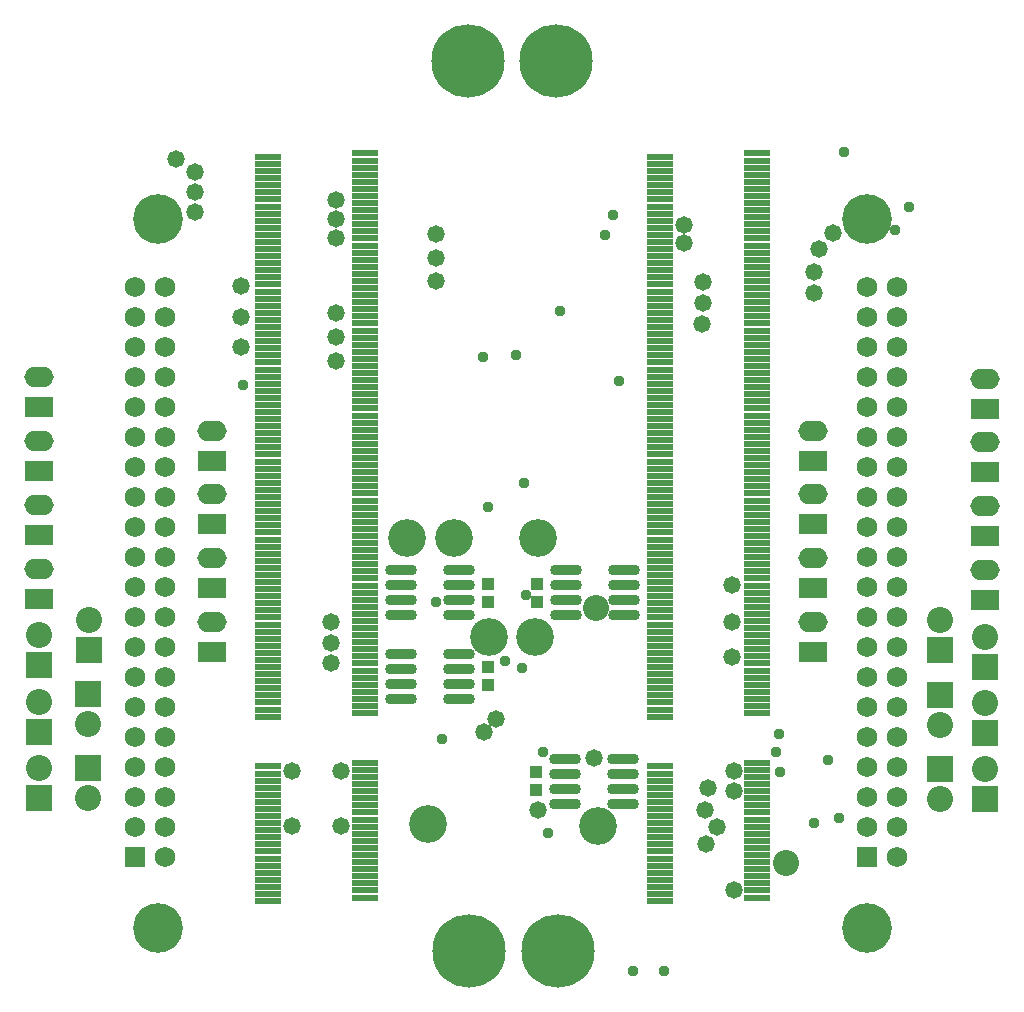
<source format=gbs>
G04 Layer_Color=8150272*
%FSLAX24Y24*%
%MOIN*%
G70*
G01*
G75*
%ADD804R,0.0887X0.0218*%
%ADD806O,0.1064X0.0356*%
%ADD807R,0.0400X0.0430*%
%ADD808C,0.2442*%
%ADD809C,0.0867*%
%ADD810R,0.0867X0.0867*%
%ADD811O,0.0980X0.0680*%
%ADD812R,0.0980X0.0680*%
%ADD813C,0.1655*%
%ADD814C,0.0690*%
%ADD815R,0.0690X0.0690*%
%ADD816C,0.1261*%
%ADD817C,0.0375*%
%ADD818C,0.0580*%
D804*
X28543Y22860D02*
D03*
Y23096D02*
D03*
Y23333D02*
D03*
Y23569D02*
D03*
Y23805D02*
D03*
Y24041D02*
D03*
Y24277D02*
D03*
Y24513D02*
D03*
Y24749D02*
D03*
Y24985D02*
D03*
Y25222D02*
D03*
Y25458D02*
D03*
Y25694D02*
D03*
Y25930D02*
D03*
Y26166D02*
D03*
Y26402D02*
D03*
Y26638D02*
D03*
Y26874D02*
D03*
Y27111D02*
D03*
Y27347D02*
D03*
Y27583D02*
D03*
Y27819D02*
D03*
Y28055D02*
D03*
Y28291D02*
D03*
Y28527D02*
D03*
Y28763D02*
D03*
Y29000D02*
D03*
Y29236D02*
D03*
Y29472D02*
D03*
Y29708D02*
D03*
Y29944D02*
D03*
Y30180D02*
D03*
Y30416D02*
D03*
Y30652D02*
D03*
Y30889D02*
D03*
Y31125D02*
D03*
Y31361D02*
D03*
Y31597D02*
D03*
Y31833D02*
D03*
Y32069D02*
D03*
Y32305D02*
D03*
Y32541D02*
D03*
Y32778D02*
D03*
Y33014D02*
D03*
Y33250D02*
D03*
Y33486D02*
D03*
Y33722D02*
D03*
Y33958D02*
D03*
Y34194D02*
D03*
Y34430D02*
D03*
Y34667D02*
D03*
Y34903D02*
D03*
Y35139D02*
D03*
Y35375D02*
D03*
Y35611D02*
D03*
Y35847D02*
D03*
Y36083D02*
D03*
Y36319D02*
D03*
Y36556D02*
D03*
Y36792D02*
D03*
Y37028D02*
D03*
Y37264D02*
D03*
Y37500D02*
D03*
X31772Y20617D02*
D03*
Y20853D02*
D03*
Y21089D02*
D03*
Y21326D02*
D03*
Y21562D02*
D03*
Y21798D02*
D03*
Y22270D02*
D03*
Y22506D02*
D03*
Y22742D02*
D03*
Y22979D02*
D03*
Y23215D02*
D03*
Y23451D02*
D03*
Y23687D02*
D03*
Y23923D02*
D03*
Y24159D02*
D03*
Y24395D02*
D03*
Y24631D02*
D03*
Y24868D02*
D03*
Y25104D02*
D03*
Y25340D02*
D03*
Y25576D02*
D03*
Y25812D02*
D03*
Y26048D02*
D03*
Y26284D02*
D03*
Y26520D02*
D03*
Y26757D02*
D03*
Y26993D02*
D03*
Y27229D02*
D03*
Y27465D02*
D03*
Y27701D02*
D03*
Y27937D02*
D03*
Y28173D02*
D03*
Y28409D02*
D03*
Y28646D02*
D03*
Y28882D02*
D03*
Y29118D02*
D03*
Y29354D02*
D03*
Y29590D02*
D03*
Y30061D02*
D03*
Y30298D02*
D03*
Y30534D02*
D03*
Y30770D02*
D03*
Y31006D02*
D03*
Y31242D02*
D03*
Y31478D02*
D03*
Y31714D02*
D03*
Y31950D02*
D03*
Y32187D02*
D03*
Y32423D02*
D03*
Y32659D02*
D03*
Y32895D02*
D03*
Y33131D02*
D03*
Y33367D02*
D03*
Y33603D02*
D03*
Y33839D02*
D03*
Y34076D02*
D03*
Y34312D02*
D03*
Y34548D02*
D03*
Y34784D02*
D03*
Y35020D02*
D03*
Y35256D02*
D03*
Y35492D02*
D03*
Y35728D02*
D03*
Y35965D02*
D03*
Y36201D02*
D03*
Y36437D02*
D03*
Y36673D02*
D03*
Y36909D02*
D03*
Y37145D02*
D03*
Y37381D02*
D03*
Y37617D02*
D03*
Y22034D02*
D03*
Y29826D02*
D03*
X28543Y20735D02*
D03*
Y20971D02*
D03*
Y21208D02*
D03*
Y21444D02*
D03*
Y21680D02*
D03*
Y21916D02*
D03*
Y22152D02*
D03*
Y22388D02*
D03*
Y22624D02*
D03*
X31772Y20381D02*
D03*
X28543Y20499D02*
D03*
Y20263D02*
D03*
X31772Y20145D02*
D03*
Y19909D02*
D03*
Y19673D02*
D03*
Y19437D02*
D03*
Y19201D02*
D03*
Y18964D02*
D03*
X28543Y20027D02*
D03*
Y19791D02*
D03*
Y19555D02*
D03*
Y19319D02*
D03*
Y19082D02*
D03*
Y18846D02*
D03*
X31772Y17303D02*
D03*
Y17067D02*
D03*
Y16831D02*
D03*
Y16594D02*
D03*
Y16358D02*
D03*
X28543Y17185D02*
D03*
Y16949D02*
D03*
Y16713D02*
D03*
Y16476D02*
D03*
Y16240D02*
D03*
Y16004D02*
D03*
Y15768D02*
D03*
Y15532D02*
D03*
X31772Y16122D02*
D03*
Y15886D02*
D03*
Y15650D02*
D03*
Y15413D02*
D03*
X28543Y15295D02*
D03*
X31772Y15177D02*
D03*
Y14941D02*
D03*
Y14705D02*
D03*
Y14468D02*
D03*
Y14232D02*
D03*
Y13996D02*
D03*
Y13760D02*
D03*
X28543Y15059D02*
D03*
Y14823D02*
D03*
Y14350D02*
D03*
Y14114D02*
D03*
Y13878D02*
D03*
Y13642D02*
D03*
Y13406D02*
D03*
Y13169D02*
D03*
Y12933D02*
D03*
Y14587D02*
D03*
X31772Y13524D02*
D03*
Y13287D02*
D03*
Y13051D02*
D03*
Y12815D02*
D03*
X28543Y12697D02*
D03*
X15472Y22860D02*
D03*
Y23096D02*
D03*
Y23333D02*
D03*
Y23569D02*
D03*
Y23805D02*
D03*
Y24041D02*
D03*
Y24277D02*
D03*
Y24513D02*
D03*
Y24749D02*
D03*
Y24985D02*
D03*
Y25222D02*
D03*
Y25458D02*
D03*
Y25694D02*
D03*
Y25930D02*
D03*
Y26166D02*
D03*
Y26402D02*
D03*
Y26638D02*
D03*
Y26874D02*
D03*
Y27111D02*
D03*
Y27347D02*
D03*
Y27583D02*
D03*
Y27819D02*
D03*
Y28055D02*
D03*
Y28291D02*
D03*
Y28527D02*
D03*
Y28763D02*
D03*
Y29000D02*
D03*
Y29236D02*
D03*
Y29472D02*
D03*
Y29708D02*
D03*
Y29944D02*
D03*
Y30180D02*
D03*
Y30416D02*
D03*
Y30652D02*
D03*
Y30889D02*
D03*
Y31125D02*
D03*
Y31361D02*
D03*
Y31597D02*
D03*
Y31833D02*
D03*
Y32069D02*
D03*
Y32305D02*
D03*
Y32541D02*
D03*
Y32778D02*
D03*
Y33014D02*
D03*
Y33250D02*
D03*
Y33486D02*
D03*
Y33722D02*
D03*
Y33958D02*
D03*
Y34194D02*
D03*
Y34430D02*
D03*
Y34667D02*
D03*
Y34903D02*
D03*
Y35139D02*
D03*
Y35375D02*
D03*
Y35611D02*
D03*
Y35847D02*
D03*
Y36083D02*
D03*
Y36319D02*
D03*
Y36556D02*
D03*
Y36792D02*
D03*
Y37028D02*
D03*
Y37264D02*
D03*
Y37500D02*
D03*
X18701Y20617D02*
D03*
Y20853D02*
D03*
Y21089D02*
D03*
Y21326D02*
D03*
Y21562D02*
D03*
Y21798D02*
D03*
Y22270D02*
D03*
Y22506D02*
D03*
Y22742D02*
D03*
Y22979D02*
D03*
Y23215D02*
D03*
Y23451D02*
D03*
Y23687D02*
D03*
Y23923D02*
D03*
Y24159D02*
D03*
Y24395D02*
D03*
Y24631D02*
D03*
Y24868D02*
D03*
Y25104D02*
D03*
Y25340D02*
D03*
Y25576D02*
D03*
Y25812D02*
D03*
Y26048D02*
D03*
Y26284D02*
D03*
Y26520D02*
D03*
Y26757D02*
D03*
Y26993D02*
D03*
Y27229D02*
D03*
Y27465D02*
D03*
Y27701D02*
D03*
Y27937D02*
D03*
Y28173D02*
D03*
Y28409D02*
D03*
Y28646D02*
D03*
Y28882D02*
D03*
Y29118D02*
D03*
Y29354D02*
D03*
Y29590D02*
D03*
Y30061D02*
D03*
Y30298D02*
D03*
Y30534D02*
D03*
Y30770D02*
D03*
Y31006D02*
D03*
Y31242D02*
D03*
Y31478D02*
D03*
Y31714D02*
D03*
Y31950D02*
D03*
Y32187D02*
D03*
Y32423D02*
D03*
Y32659D02*
D03*
Y32895D02*
D03*
Y33131D02*
D03*
Y33367D02*
D03*
Y33603D02*
D03*
Y33839D02*
D03*
Y34076D02*
D03*
Y34312D02*
D03*
Y34548D02*
D03*
Y34784D02*
D03*
Y35020D02*
D03*
Y35256D02*
D03*
Y35492D02*
D03*
Y35728D02*
D03*
Y35965D02*
D03*
Y36201D02*
D03*
Y36437D02*
D03*
Y36673D02*
D03*
Y36909D02*
D03*
Y37145D02*
D03*
Y37381D02*
D03*
Y37617D02*
D03*
Y22034D02*
D03*
Y29826D02*
D03*
X15472Y20735D02*
D03*
Y20971D02*
D03*
Y21208D02*
D03*
Y21444D02*
D03*
Y21680D02*
D03*
Y21916D02*
D03*
Y22152D02*
D03*
Y22388D02*
D03*
Y22624D02*
D03*
X18701Y20381D02*
D03*
X15472Y20499D02*
D03*
Y20263D02*
D03*
X18701Y20145D02*
D03*
Y19909D02*
D03*
Y19673D02*
D03*
Y19437D02*
D03*
Y19201D02*
D03*
Y18964D02*
D03*
X15472Y20027D02*
D03*
Y19791D02*
D03*
Y19555D02*
D03*
Y19319D02*
D03*
Y19082D02*
D03*
Y18846D02*
D03*
X18701Y17303D02*
D03*
Y17067D02*
D03*
Y16831D02*
D03*
Y16594D02*
D03*
Y16358D02*
D03*
X15472Y17185D02*
D03*
Y16949D02*
D03*
Y16713D02*
D03*
Y16476D02*
D03*
Y16240D02*
D03*
Y16004D02*
D03*
Y15768D02*
D03*
Y15532D02*
D03*
X18701Y16122D02*
D03*
Y15886D02*
D03*
Y15650D02*
D03*
Y15413D02*
D03*
X15472Y15295D02*
D03*
X18701Y15177D02*
D03*
Y14941D02*
D03*
Y14705D02*
D03*
Y14468D02*
D03*
Y14232D02*
D03*
Y13996D02*
D03*
Y13760D02*
D03*
X15472Y15059D02*
D03*
Y14823D02*
D03*
Y14350D02*
D03*
Y14114D02*
D03*
Y13878D02*
D03*
Y13642D02*
D03*
Y13406D02*
D03*
Y13169D02*
D03*
Y12933D02*
D03*
Y14587D02*
D03*
X18701Y13524D02*
D03*
Y13287D02*
D03*
Y13051D02*
D03*
Y12815D02*
D03*
X15472Y12697D02*
D03*
D806*
X19892Y19439D02*
D03*
Y19939D02*
D03*
Y20439D02*
D03*
Y20939D02*
D03*
X21821Y19439D02*
D03*
Y19939D02*
D03*
Y20439D02*
D03*
Y20939D02*
D03*
X27342Y23717D02*
D03*
Y23217D02*
D03*
Y22717D02*
D03*
Y22217D02*
D03*
X25413Y23717D02*
D03*
Y23217D02*
D03*
Y22717D02*
D03*
Y22217D02*
D03*
X27303Y17443D02*
D03*
Y16943D02*
D03*
Y16443D02*
D03*
Y15943D02*
D03*
X25374Y17443D02*
D03*
Y16943D02*
D03*
Y16443D02*
D03*
Y15943D02*
D03*
X19894Y22218D02*
D03*
Y22718D02*
D03*
Y23218D02*
D03*
Y23718D02*
D03*
X21823Y22218D02*
D03*
Y22718D02*
D03*
Y23218D02*
D03*
Y23718D02*
D03*
D807*
X24409Y16393D02*
D03*
Y16993D02*
D03*
X22786Y20489D02*
D03*
Y19889D02*
D03*
X22788Y23268D02*
D03*
Y22668D02*
D03*
X24448Y22667D02*
D03*
Y23267D02*
D03*
D808*
X22126Y40709D02*
D03*
X25079D02*
D03*
X22165Y11024D02*
D03*
X25118D02*
D03*
D809*
X37874Y16087D02*
D03*
Y18567D02*
D03*
X9449Y16126D02*
D03*
Y18606D02*
D03*
X37874Y22063D02*
D03*
X9488D02*
D03*
X7835Y19346D02*
D03*
Y17142D02*
D03*
Y21551D02*
D03*
X39370Y21512D02*
D03*
Y19307D02*
D03*
Y17102D02*
D03*
X26388Y22451D02*
D03*
X32736Y13967D02*
D03*
D810*
X37874Y17087D02*
D03*
Y19567D02*
D03*
X9449Y17126D02*
D03*
Y19606D02*
D03*
X37874Y21063D02*
D03*
X9488D02*
D03*
X7835Y18346D02*
D03*
Y16142D02*
D03*
Y20551D02*
D03*
X39370Y20512D02*
D03*
Y18307D02*
D03*
Y16102D02*
D03*
D811*
X7835Y23775D02*
D03*
Y25901D02*
D03*
Y28027D02*
D03*
X39370Y30114D02*
D03*
X7835Y30153D02*
D03*
X13583Y28382D02*
D03*
Y26256D02*
D03*
Y24130D02*
D03*
Y22004D02*
D03*
X33622Y26256D02*
D03*
Y28382D02*
D03*
Y24130D02*
D03*
Y22004D02*
D03*
X39370Y23736D02*
D03*
Y25862D02*
D03*
Y27988D02*
D03*
D812*
X7835Y22775D02*
D03*
Y24901D02*
D03*
Y27027D02*
D03*
X39370Y29114D02*
D03*
X7835Y29153D02*
D03*
X13583Y27382D02*
D03*
Y25256D02*
D03*
Y23130D02*
D03*
Y21004D02*
D03*
X33622Y25256D02*
D03*
Y27382D02*
D03*
Y23130D02*
D03*
Y21004D02*
D03*
X39370Y22736D02*
D03*
Y24862D02*
D03*
Y26988D02*
D03*
D813*
X11811Y35433D02*
D03*
X35433Y11811D02*
D03*
X11811D02*
D03*
X35433Y35433D02*
D03*
D814*
X11024Y33173D02*
D03*
Y32173D02*
D03*
Y31173D02*
D03*
Y30173D02*
D03*
Y29173D02*
D03*
Y28173D02*
D03*
Y27173D02*
D03*
Y26173D02*
D03*
Y25173D02*
D03*
Y24173D02*
D03*
Y23173D02*
D03*
Y22173D02*
D03*
Y21173D02*
D03*
Y20173D02*
D03*
Y19173D02*
D03*
Y18173D02*
D03*
Y17173D02*
D03*
Y16173D02*
D03*
Y15173D02*
D03*
X12024Y33173D02*
D03*
Y32173D02*
D03*
Y31173D02*
D03*
Y30173D02*
D03*
Y29173D02*
D03*
Y28173D02*
D03*
Y27173D02*
D03*
Y26173D02*
D03*
Y25173D02*
D03*
Y24173D02*
D03*
Y23173D02*
D03*
Y22173D02*
D03*
Y21173D02*
D03*
Y20173D02*
D03*
Y19173D02*
D03*
Y18173D02*
D03*
Y17173D02*
D03*
Y16173D02*
D03*
Y15173D02*
D03*
Y14173D02*
D03*
X35433Y33173D02*
D03*
Y32173D02*
D03*
Y31173D02*
D03*
Y30173D02*
D03*
Y29173D02*
D03*
Y28173D02*
D03*
Y27173D02*
D03*
Y26173D02*
D03*
Y25173D02*
D03*
Y24173D02*
D03*
Y23173D02*
D03*
Y22173D02*
D03*
Y21173D02*
D03*
Y20173D02*
D03*
Y19173D02*
D03*
Y18173D02*
D03*
Y17173D02*
D03*
Y16173D02*
D03*
Y15173D02*
D03*
X36433Y33173D02*
D03*
Y32173D02*
D03*
Y31173D02*
D03*
Y30173D02*
D03*
Y29173D02*
D03*
Y28173D02*
D03*
Y27173D02*
D03*
Y26173D02*
D03*
Y25173D02*
D03*
Y24173D02*
D03*
Y23173D02*
D03*
Y22173D02*
D03*
Y21173D02*
D03*
Y20173D02*
D03*
Y19173D02*
D03*
Y18173D02*
D03*
Y17173D02*
D03*
Y16173D02*
D03*
Y15173D02*
D03*
Y14173D02*
D03*
D815*
X11024D02*
D03*
X35433D02*
D03*
D816*
X24370Y21496D02*
D03*
X20108Y24813D02*
D03*
X21654Y24803D02*
D03*
X24449D02*
D03*
X22825Y21496D02*
D03*
X20787Y15276D02*
D03*
X26457Y15197D02*
D03*
D817*
X24637Y17658D02*
D03*
X21280Y18110D02*
D03*
X32531Y17009D02*
D03*
X23376Y20699D02*
D03*
X34675Y37668D02*
D03*
X36378Y35069D02*
D03*
X25197Y32362D02*
D03*
X23740Y30906D02*
D03*
X27165Y30030D02*
D03*
X33681Y15305D02*
D03*
X14636Y29911D02*
D03*
X34124Y17402D02*
D03*
X36841Y35837D02*
D03*
X26978Y35551D02*
D03*
X34508Y15463D02*
D03*
X28671Y10354D02*
D03*
X27638D02*
D03*
X24813Y14970D02*
D03*
X26703Y34892D02*
D03*
X22628Y30817D02*
D03*
X24055Y22884D02*
D03*
X32490Y18258D02*
D03*
X32411Y17657D02*
D03*
X21063Y22657D02*
D03*
X24006Y26622D02*
D03*
X22788Y25849D02*
D03*
X23917Y20463D02*
D03*
D818*
X24450Y15749D02*
D03*
X30118Y16457D02*
D03*
X17559Y21998D02*
D03*
X17549Y20640D02*
D03*
Y21299D02*
D03*
X29941Y31919D02*
D03*
X29961Y33346D02*
D03*
Y32648D02*
D03*
X30935Y20817D02*
D03*
X30945Y21988D02*
D03*
Y23248D02*
D03*
X34291Y34961D02*
D03*
X17717Y34803D02*
D03*
Y35433D02*
D03*
X14567Y33189D02*
D03*
Y31181D02*
D03*
Y32165D02*
D03*
X17717Y36063D02*
D03*
X29331Y34646D02*
D03*
Y35236D02*
D03*
X33661Y32953D02*
D03*
X33819Y34449D02*
D03*
X33661Y33661D02*
D03*
X30984Y13071D02*
D03*
Y17047D02*
D03*
X16260D02*
D03*
X17913D02*
D03*
Y15197D02*
D03*
X16260D02*
D03*
X13032Y35669D02*
D03*
Y36339D02*
D03*
Y37008D02*
D03*
X12402Y37441D02*
D03*
X30984Y16378D02*
D03*
X26339Y17480D02*
D03*
X30039Y15728D02*
D03*
X30433Y15157D02*
D03*
X30079Y14606D02*
D03*
X21063Y34931D02*
D03*
Y34134D02*
D03*
Y33356D02*
D03*
X17717Y32283D02*
D03*
Y31496D02*
D03*
Y30709D02*
D03*
X22667Y18317D02*
D03*
X23081Y18780D02*
D03*
M02*

</source>
